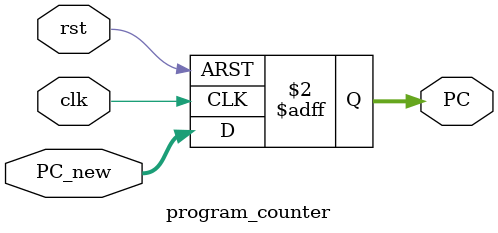
<source format=v>
`timescale 1ns / 1ps

module program_counter (
	input [31:0] PC_new,
	input clk,
	input rst,
	output reg [31:0] PC,
);

	always @(posedge clk or posedge rst) begin
		if (rst) begin
			PC = 32'd0;
		end else begin
			PC = PC_new;
		end
	end
	
endmodule

</source>
